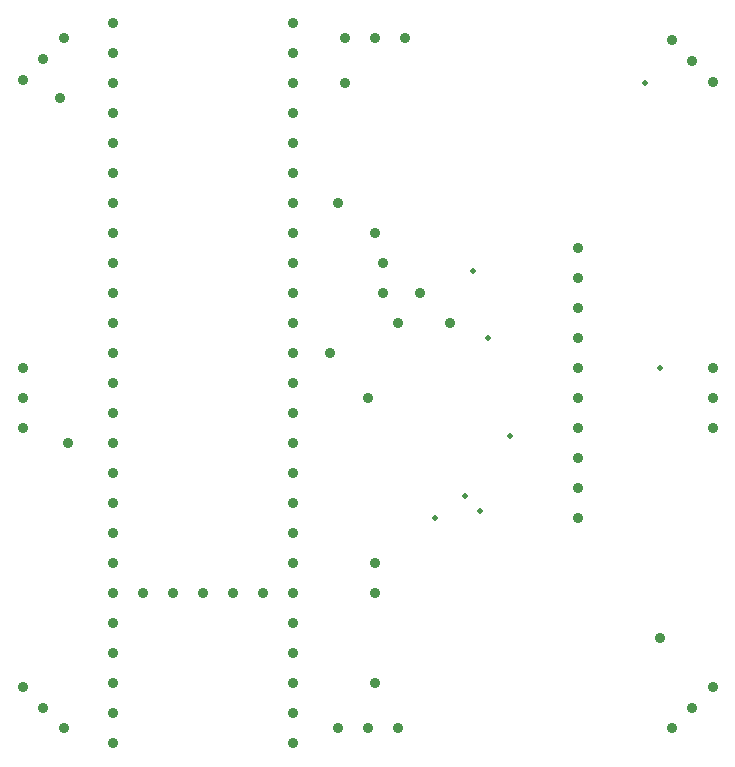
<source format=gbr>
%TF.GenerationSoftware,Novarm,DipTrace,3.2.0.1*%
%TF.CreationDate,2018-10-29T17:13:42-06:00*%
%FSLAX26Y26*%
%MOIN*%
%TF.FileFunction,Plated,1,2,PTH,Drill*%
%TF.Part,Single*%
%TA.AperFunction,ViaDrill*%
%ADD17C,0.019121*%
%TA.AperFunction,ComponentDrill*%
%ADD18C,0.035433*%
G75*
G01*
D18*
X1644000Y1619000D3*
X1669000Y969000D3*
Y1069000D3*
X2344000Y2119000D3*
X1569000Y2669000D3*
X1694000Y1969000D3*
X1819000D3*
X2344000Y2019000D3*
X1694000Y2069000D3*
X1669000Y2169000D3*
X1919000Y1869000D3*
X1744000D3*
X1544000Y2269000D3*
X2344000Y1919000D3*
X1519000Y1769000D3*
X2344000Y1819000D3*
Y1719000D3*
Y1619000D3*
Y1519000D3*
Y1419000D3*
Y1318999D3*
Y1219000D3*
X2619000Y819000D3*
X1669000Y669000D3*
Y2819000D3*
X1569000D3*
X1769000D3*
X1644000Y519000D3*
X1544000D3*
X1744000D3*
X494000Y1619000D3*
Y1719000D3*
Y1519000D3*
X2794000Y1619000D3*
Y1719000D3*
Y1519000D3*
X562749Y2750251D3*
X631499Y2819000D3*
X494001Y2681500D3*
Y656500D3*
X562751Y587749D3*
X2656501Y2812749D3*
X631503Y519003D3*
X2725251Y587751D3*
X2794000Y656500D3*
X2656500Y519000D3*
X2725249Y2744000D3*
X2794003Y2675252D3*
X794000Y2769000D3*
Y2669000D3*
Y2569000D3*
Y2469000D3*
Y2369000D3*
Y2269000D3*
Y2169000D3*
Y2069000D3*
Y1969000D3*
Y1869000D3*
Y1769000D3*
Y1669000D3*
Y1569000D3*
Y1469000D3*
Y1368999D3*
Y1269000D3*
Y1169000D3*
Y1068999D3*
Y969000D3*
Y869000D3*
Y768999D3*
Y669000D3*
Y569000D3*
Y469000D3*
X1394000Y2769000D3*
Y2569000D3*
Y2469000D3*
Y2369000D3*
Y2269000D3*
Y2169000D3*
Y2069000D3*
Y1969000D3*
Y1869000D3*
Y1769000D3*
Y1669000D3*
Y1569000D3*
Y1469000D3*
Y1368999D3*
Y1269000D3*
Y1169000D3*
Y1068999D3*
Y969000D3*
Y869000D3*
Y768999D3*
Y669000D3*
Y569000D3*
Y469000D3*
Y2669000D3*
X894000Y969000D3*
X994000D3*
X1094000D3*
X1194000D3*
X1294000D3*
X794000Y2869000D3*
X1394000D3*
X619000Y2619000D3*
X644000Y1469000D3*
D17*
X2569000Y2669000D3*
X2019000Y1244000D3*
X1869000Y1219000D3*
X1969000Y1294000D3*
X2044000Y1819000D3*
X2119000Y1494000D3*
X1994000Y2044000D3*
X2619000Y1719000D3*
M02*

</source>
